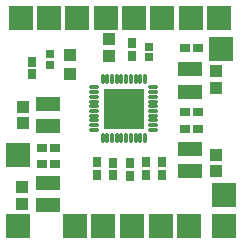
<source format=gts>
G04*
G04 #@! TF.GenerationSoftware,Altium Limited,Altium Designer,25.0.2 (28)*
G04*
G04 Layer_Color=8388736*
%FSLAX44Y44*%
%MOMM*%
G71*
G04*
G04 #@! TF.SameCoordinates,094DCD80-2F59-4459-B3C7-35127A891B43*
G04*
G04*
G04 #@! TF.FilePolarity,Negative*
G04*
G01*
G75*
%ADD18R,0.6416X0.8917*%
%ADD19R,2.0032X1.3032*%
%ADD20R,1.1032X1.0032*%
%ADD21R,0.6416X0.6673*%
%ADD22R,0.8917X0.6416*%
%ADD23R,1.0032X1.0032*%
%ADD24O,0.9000X0.3000*%
%ADD25O,0.3000X0.9000*%
%ADD26R,3.5000X3.5000*%
%ADD27R,2.1000X2.1000*%
D18*
X109113Y167339D02*
D03*
Y156438D02*
D03*
X79352Y55305D02*
D03*
Y66206D02*
D03*
X120930D02*
D03*
Y55305D02*
D03*
X134790D02*
D03*
Y66206D02*
D03*
X93211Y55103D02*
D03*
Y66004D02*
D03*
X107071Y65891D02*
D03*
Y54990D02*
D03*
X24130Y140599D02*
D03*
Y151501D02*
D03*
D19*
X158477Y77562D02*
D03*
Y58563D02*
D03*
Y125797D02*
D03*
Y144796D02*
D03*
X37763Y29778D02*
D03*
Y48777D02*
D03*
Y115863D02*
D03*
Y96863D02*
D03*
D20*
X179949Y72542D02*
D03*
Y58542D02*
D03*
X180398Y129375D02*
D03*
Y143376D02*
D03*
X16229Y45288D02*
D03*
Y31287D02*
D03*
X16509Y99255D02*
D03*
Y113256D02*
D03*
X89776Y170229D02*
D03*
Y156228D02*
D03*
D21*
X123302Y163972D02*
D03*
Y155316D02*
D03*
X39692Y157499D02*
D03*
Y148843D02*
D03*
D22*
X164741Y163229D02*
D03*
X153840D02*
D03*
X153840Y108600D02*
D03*
X164741D02*
D03*
Y94248D02*
D03*
X153840D02*
D03*
X33126Y64404D02*
D03*
X44027D02*
D03*
X33126Y78381D02*
D03*
X44027D02*
D03*
D23*
X56516Y140979D02*
D03*
X56513Y156968D02*
D03*
D24*
X77245Y129667D02*
D03*
Y125666D02*
D03*
Y121666D02*
D03*
Y117665D02*
D03*
Y113665D02*
D03*
Y109667D02*
D03*
Y105666D02*
D03*
Y101666D02*
D03*
Y97665D02*
D03*
Y93665D02*
D03*
X127245D02*
D03*
Y97665D02*
D03*
Y101666D02*
D03*
Y105666D02*
D03*
Y109667D02*
D03*
Y113665D02*
D03*
Y117665D02*
D03*
Y121666D02*
D03*
Y125666D02*
D03*
Y129667D02*
D03*
D25*
X84244Y136665D02*
D03*
X88245D02*
D03*
X92245D02*
D03*
X96246D02*
D03*
X100246D02*
D03*
X104244D02*
D03*
X108244D02*
D03*
X112245D02*
D03*
X116245D02*
D03*
X120246D02*
D03*
Y86665D02*
D03*
X116245D02*
D03*
X112245D02*
D03*
X108244D02*
D03*
X104244D02*
D03*
X100246D02*
D03*
X96246D02*
D03*
X92245D02*
D03*
X88245D02*
D03*
X84244D02*
D03*
D26*
X102245Y111666D02*
D03*
D27*
X133308Y12453D02*
D03*
X12776D02*
D03*
X12975Y72757D02*
D03*
X60791Y12453D02*
D03*
X84963D02*
D03*
X109135D02*
D03*
X157480D02*
D03*
X186740D02*
D03*
X186896Y38159D02*
D03*
X184084Y161816D02*
D03*
X182775Y188203D02*
D03*
X158809D02*
D03*
X134842D02*
D03*
X110875D02*
D03*
X86909D02*
D03*
X62942D02*
D03*
X38975D02*
D03*
X15008D02*
D03*
M02*

</source>
